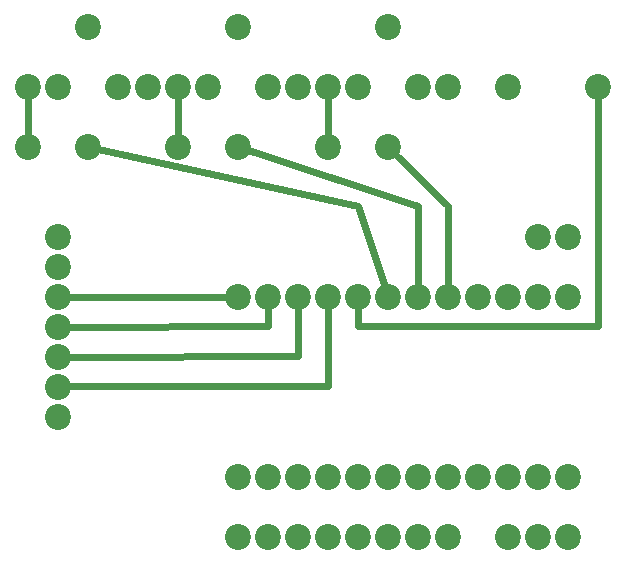
<source format=gbl>
G04 MADE WITH FRITZING*
G04 WWW.FRITZING.ORG*
G04 DOUBLE SIDED*
G04 HOLES PLATED*
G04 CONTOUR ON CENTER OF CONTOUR VECTOR*
%ASAXBY*%
%FSLAX23Y23*%
%MOIN*%
%OFA0B0*%
%SFA1.0B1.0*%
%ADD10C,0.086614*%
%ADD11C,0.024000*%
%LNCOPPER0*%
G90*
G70*
G54D10*
X2019Y1110D03*
X1919Y1110D03*
X419Y1410D03*
X919Y1410D03*
X1419Y1410D03*
X1219Y1410D03*
X719Y1410D03*
X219Y1410D03*
X1419Y1810D03*
X1319Y1610D03*
X1219Y1610D03*
X1619Y1610D03*
X1419Y310D03*
X1619Y310D03*
X1519Y310D03*
X1019Y310D03*
X919Y310D03*
X1119Y310D03*
X1719Y310D03*
X319Y1010D03*
X319Y510D03*
X1219Y310D03*
X1319Y310D03*
X319Y1110D03*
X1819Y1610D03*
X2119Y1610D03*
X319Y710D03*
X1119Y910D03*
X1619Y910D03*
X1719Y910D03*
X1819Y310D03*
X1819Y910D03*
X2019Y910D03*
X1519Y1610D03*
X1919Y910D03*
X1519Y910D03*
X919Y910D03*
X1919Y310D03*
X1419Y910D03*
X1019Y910D03*
X2019Y310D03*
X1319Y910D03*
X319Y810D03*
X1219Y910D03*
X319Y910D03*
X1519Y110D03*
X1419Y110D03*
X1619Y110D03*
X1919Y110D03*
X1819Y110D03*
X2019Y110D03*
X319Y610D03*
X919Y110D03*
X1319Y110D03*
X1219Y110D03*
X1019Y110D03*
X1119Y110D03*
X919Y1810D03*
X819Y1610D03*
X719Y1610D03*
X1119Y1610D03*
X1019Y1610D03*
X419Y1810D03*
X619Y1610D03*
X519Y1610D03*
X319Y1610D03*
X219Y1610D03*
G54D11*
X219Y1445D02*
X219Y1576D01*
D02*
X1219Y1445D02*
X1219Y1576D01*
D02*
X719Y1445D02*
X719Y1576D01*
D02*
X1620Y1211D02*
X1444Y1386D01*
D02*
X1619Y945D02*
X1620Y1211D01*
D02*
X1519Y945D02*
X1520Y1211D01*
D02*
X1520Y1211D02*
X952Y1400D01*
D02*
X1318Y1211D02*
X453Y1403D01*
D02*
X1408Y943D02*
X1318Y1211D01*
D02*
X1319Y811D02*
X1319Y876D01*
D02*
X2120Y811D02*
X1319Y811D01*
D02*
X2119Y1576D02*
X2120Y811D01*
D02*
X354Y910D02*
X884Y910D01*
D02*
X1020Y811D02*
X1020Y876D01*
D02*
X354Y810D02*
X1020Y811D01*
D02*
X354Y710D02*
X1120Y711D01*
D02*
X1120Y711D02*
X1119Y876D01*
D02*
X354Y611D02*
X1219Y612D01*
D02*
X1219Y612D02*
X1219Y876D01*
G04 End of Copper0*
M02*
</source>
